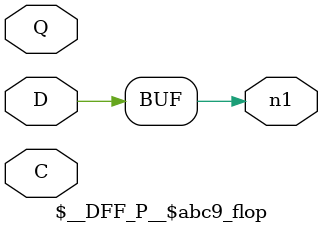
<source format=v>

(* abc9_box *)
module $__ABC9_DELAY (input I, output O);
  parameter DELAY = 0;
  specify
    (I => O) = DELAY;
  endspecify
endmodule

module $__ABC9_SCC_BREAKER (input [WIDTH-1:0] I, output [WIDTH-1:0] O);
parameter WIDTH = 0;
endmodule

(* abc9_flop, abc9_box, lib_whitebox *)
module $__DFF_N__$abc9_flop (input C, D, Q, output n1);
  assign n1 = D;
  specify
    $setup(D, posedge C, 0);
    (posedge C => (n1:D)) = 0;
  endspecify
endmodule

(* abc9_flop, abc9_box, lib_whitebox *)
module $__DFF_P__$abc9_flop (input C, D, Q, output n1);
  assign n1 = D;
  specify
    $setup(D, posedge C, 0);
    (posedge C => (n1:D)) = 0;
  endspecify
endmodule

</source>
